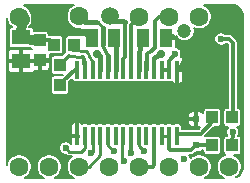
<source format=gbl>
G04 #@! TF.GenerationSoftware,KiCad,Pcbnew,5.1.6-c6e7f7d~87~ubuntu18.04.1*
G04 #@! TF.CreationDate,2020-09-14T18:26:16+02:00*
G04 #@! TF.ProjectId,cooldrv,636f6f6c-6472-4762-9e6b-696361645f70,rev?*
G04 #@! TF.SameCoordinates,Original*
G04 #@! TF.FileFunction,Copper,L4,Bot*
G04 #@! TF.FilePolarity,Positive*
%FSLAX46Y46*%
G04 Gerber Fmt 4.6, Leading zero omitted, Abs format (unit mm)*
G04 Created by KiCad (PCBNEW 5.1.6-c6e7f7d~87~ubuntu18.04.1) date 2020-09-14 18:26:16*
%MOMM*%
%LPD*%
G01*
G04 APERTURE LIST*
G04 #@! TA.AperFunction,SMDPad,CuDef*
%ADD10R,9.700000X3.400000*%
G04 #@! TD*
G04 #@! TA.AperFunction,SMDPad,CuDef*
%ADD11R,0.300000X1.600000*%
G04 #@! TD*
G04 #@! TA.AperFunction,ComponentPad*
%ADD12C,0.609600*%
G04 #@! TD*
G04 #@! TA.AperFunction,SMDPad,CuDef*
%ADD13R,1.100000X1.500000*%
G04 #@! TD*
G04 #@! TA.AperFunction,SMDPad,CuDef*
%ADD14R,1.600000X1.300000*%
G04 #@! TD*
G04 #@! TA.AperFunction,SMDPad,CuDef*
%ADD15R,1.050000X1.080000*%
G04 #@! TD*
G04 #@! TA.AperFunction,SMDPad,CuDef*
%ADD16R,1.000000X1.100000*%
G04 #@! TD*
G04 #@! TA.AperFunction,SMDPad,CuDef*
%ADD17R,0.600000X0.600000*%
G04 #@! TD*
G04 #@! TA.AperFunction,ViaPad*
%ADD18C,1.600000*%
G04 #@! TD*
G04 #@! TA.AperFunction,ViaPad*
%ADD19C,0.600000*%
G04 #@! TD*
G04 #@! TA.AperFunction,ViaPad*
%ADD20C,0.700000*%
G04 #@! TD*
G04 #@! TA.AperFunction,ViaPad*
%ADD21C,1.200000*%
G04 #@! TD*
G04 #@! TA.AperFunction,ViaPad*
%ADD22C,1.500000*%
G04 #@! TD*
G04 #@! TA.AperFunction,Conductor*
%ADD23C,0.254000*%
G04 #@! TD*
G04 #@! TA.AperFunction,Conductor*
%ADD24C,0.304800*%
G04 #@! TD*
G04 #@! TA.AperFunction,Conductor*
%ADD25C,0.406400*%
G04 #@! TD*
G04 #@! TA.AperFunction,Conductor*
%ADD26C,0.609600*%
G04 #@! TD*
G04 #@! TA.AperFunction,Conductor*
%ADD27C,0.812800*%
G04 #@! TD*
G04 #@! TA.AperFunction,Conductor*
%ADD28C,1.270000*%
G04 #@! TD*
G04 #@! TA.AperFunction,Conductor*
%ADD29C,0.390000*%
G04 #@! TD*
G04 #@! TA.AperFunction,Conductor*
%ADD30C,0.127000*%
G04 #@! TD*
G04 APERTURE END LIST*
D10*
G04 #@! TO.P,U$1,EPAD*
G04 #@! TO.N,/GND*
X148688600Y-105963600D03*
D11*
G04 #@! TO.P,U$1,P$28*
X144463600Y-108763600D03*
G04 #@! TO.P,U$1,P$27*
G04 #@! TO.N,Net-(U$1-PadP$27)*
X145113600Y-108763600D03*
G04 #@! TO.P,U$1,P$26*
G04 #@! TO.N,Net-(U$1-PadP$26)*
X145763600Y-108763600D03*
G04 #@! TO.P,U$1,P$25*
G04 #@! TO.N,Net-(U$1-PadP$25)*
X146413600Y-108763600D03*
G04 #@! TO.P,U$1,P$24*
G04 #@! TO.N,Net-(U$1-PadP$24)*
X147063600Y-108763600D03*
G04 #@! TO.P,U$1,P$23*
G04 #@! TO.N,Net-(U$1-PadP$23)*
X147713600Y-108763600D03*
G04 #@! TO.P,U$1,P$22*
G04 #@! TO.N,Net-(U$1-PadP$22)*
X148363600Y-108763600D03*
G04 #@! TO.P,U$1,P$21*
G04 #@! TO.N,Net-(U$1-PadP$21)*
X149013600Y-108763600D03*
G04 #@! TO.P,U$1,P$20*
G04 #@! TO.N,Net-(U$1-PadP$20)*
X149663600Y-108763600D03*
G04 #@! TO.P,U$1,P$19*
G04 #@! TO.N,Net-(U$1-PadP$19)*
X150313600Y-108763600D03*
G04 #@! TO.P,U$1,P$18*
G04 #@! TO.N,Net-(U$1-PadP$18)*
X150963600Y-108763600D03*
G04 #@! TO.P,U$1,P$17*
G04 #@! TO.N,Net-(D1-PadC)*
X151613600Y-108763600D03*
G04 #@! TO.P,U$1,P$16*
X152263600Y-108763600D03*
G04 #@! TO.P,U$1,P$15*
G04 #@! TO.N,Net-(R5-Pad1)*
X152913600Y-108763600D03*
G04 #@! TO.P,U$1,P$14*
G04 #@! TO.N,/GND*
X152913600Y-103163600D03*
G04 #@! TO.P,U$1,P$13*
G04 #@! TO.N,Net-(U$1-PadP$12)*
X152263600Y-103163600D03*
G04 #@! TO.P,U$1,P$12*
X151613600Y-103163600D03*
G04 #@! TO.P,U$1,P$11*
G04 #@! TO.N,Net-(C1-Pad2)*
X150963600Y-103163600D03*
G04 #@! TO.P,U$1,P$10*
G04 #@! TO.N,Net-(U$1-PadP$10)*
X150313600Y-103163600D03*
G04 #@! TO.P,U$1,P$9*
G04 #@! TO.N,Net-(R1-Pad1)*
X149663600Y-103163600D03*
G04 #@! TO.P,U$1,P$8*
G04 #@! TO.N,Net-(U$1-PadP$8)*
X149013600Y-103163600D03*
G04 #@! TO.P,U$1,P$7*
G04 #@! TO.N,Net-(U$1-PadP$7)*
X148363600Y-103163600D03*
G04 #@! TO.P,U$1,P$6*
G04 #@! TO.N,Net-(R2-Pad2)*
X147713600Y-103163600D03*
G04 #@! TO.P,U$1,P$5*
G04 #@! TO.N,Net-(U$1-PadP$5)*
X147063600Y-103163600D03*
G04 #@! TO.P,U$1,P$4*
G04 #@! TO.N,Net-(C1-Pad2)*
X146413600Y-103163600D03*
G04 #@! TO.P,U$1,P$3*
G04 #@! TO.N,Net-(C4-Pad1)*
X145763600Y-103163600D03*
G04 #@! TO.P,U$1,P$2*
G04 #@! TO.N,Net-(C6-Pad1)*
X145113600Y-103163600D03*
G04 #@! TO.P,U$1,P$1*
G04 #@! TO.N,Net-(C6-Pad2)*
X144463600Y-103163600D03*
D12*
G04 #@! TO.P,U$1,T20*
G04 #@! TO.N,/GND*
X152588600Y-107263600D03*
G04 #@! TO.P,U$1,T19*
X152588600Y-105963600D03*
G04 #@! TO.P,U$1,T18*
X152588600Y-104663600D03*
G04 #@! TO.P,U$1,T15*
X151288600Y-104663600D03*
G04 #@! TO.P,U$1,T16*
X151288600Y-105963600D03*
G04 #@! TO.P,U$1,T17*
X151288600Y-107263600D03*
G04 #@! TO.P,U$1,T14*
X149988600Y-107263600D03*
G04 #@! TO.P,U$1,T13*
X149988600Y-105963600D03*
G04 #@! TO.P,U$1,T12*
X149988600Y-104663600D03*
G04 #@! TO.P,U$1,T0*
X144788600Y-104663600D03*
G04 #@! TO.P,U$1,T2*
X144788600Y-107263600D03*
G04 #@! TO.P,U$1,T1*
X144788600Y-105963600D03*
G04 #@! TO.P,U$1,T3*
X146088600Y-104663600D03*
G04 #@! TO.P,U$1,T5*
X146088600Y-107263600D03*
G04 #@! TO.P,U$1,T4*
X146088600Y-105963600D03*
G04 #@! TO.P,U$1,T6*
X147388600Y-104663600D03*
G04 #@! TO.P,U$1,T8*
X147388600Y-107263600D03*
G04 #@! TO.P,U$1,T7*
X147388600Y-105963600D03*
G04 #@! TO.P,U$1,T9*
X148688600Y-104663600D03*
G04 #@! TO.P,U$1,T11*
X148688600Y-107263600D03*
G04 #@! TO.P,U$1,T10*
X148688600Y-105963600D03*
G04 #@! TD*
D13*
G04 #@! TO.P,R1,2*
G04 #@! TO.N,/GND*
X151934600Y-100483600D03*
G04 #@! TO.P,R1,1*
G04 #@! TO.N,Net-(R1-Pad1)*
X150034600Y-100483600D03*
G04 #@! TD*
G04 #@! TO.P,R2,2*
G04 #@! TO.N,Net-(R2-Pad2)*
X147578600Y-100448600D03*
G04 #@! TO.P,R2,1*
G04 #@! TO.N,/GND*
X145678600Y-100448600D03*
G04 #@! TD*
D14*
G04 #@! TO.P,C3,2*
G04 #@! TO.N,Net-(C1-Pad2)*
X139723600Y-100428600D03*
G04 #@! TO.P,C3,1*
G04 #@! TO.N,/GND*
X139723600Y-102428600D03*
G04 #@! TD*
D15*
G04 #@! TO.P,C4,2*
G04 #@! TO.N,Net-(C1-Pad2)*
X142473600Y-101033600D03*
G04 #@! TO.P,C4,1*
G04 #@! TO.N,Net-(C4-Pad1)*
X144223600Y-101033600D03*
G04 #@! TD*
D16*
G04 #@! TO.P,C6,2*
G04 #@! TO.N,Net-(C6-Pad2)*
X142983600Y-104453600D03*
G04 #@! TO.P,C6,1*
G04 #@! TO.N,Net-(C6-Pad1)*
X142983600Y-102753600D03*
G04 #@! TD*
G04 #@! TO.P,R5,2*
G04 #@! TO.N,Net-(R5-Pad2)*
X157593600Y-107178600D03*
G04 #@! TO.P,R5,1*
G04 #@! TO.N,Net-(R5-Pad1)*
X155893600Y-107178600D03*
G04 #@! TD*
D17*
G04 #@! TO.P,D1,A*
G04 #@! TO.N,/GND*
X154518600Y-107348600D03*
G04 #@! TO.P,D1,C*
G04 #@! TO.N,Net-(D1-PadC)*
X154518600Y-109548600D03*
G04 #@! TD*
D16*
G04 #@! TO.P,R3,2*
G04 #@! TO.N,Net-(C1-Pad2)*
X157598600Y-109548600D03*
G04 #@! TO.P,R3,1*
G04 #@! TO.N,Net-(D1-PadC)*
X155898600Y-109548600D03*
G04 #@! TD*
G04 #@! TO.P,C1,2*
G04 #@! TO.N,Net-(C1-Pad2)*
X141268600Y-100673600D03*
G04 #@! TO.P,C1,1*
G04 #@! TO.N,/GND*
X141268600Y-102373600D03*
G04 #@! TD*
D18*
G04 #@! TO.N,Net-(U$1-PadP$27)*
X152248600Y-111363600D03*
D19*
X143478600Y-109793600D03*
D18*
G04 #@! TO.N,Net-(U$1-PadP$10)*
X152248600Y-98663600D03*
G04 #@! TO.N,Net-(U$1-PadP$8)*
X149708600Y-98663600D03*
G04 #@! TO.N,Net-(U$1-PadP$21)*
X139548600Y-111363600D03*
G04 #@! TO.N,Net-(U$1-PadP$24)*
X142088600Y-111363600D03*
G04 #@! TO.N,NC*
X154788600Y-98663600D03*
G04 #@! TO.N,Net-(U$1-PadP$25)*
X144628600Y-111363600D03*
G04 #@! TO.N,/GND*
X142088600Y-98663600D03*
D19*
X139773600Y-106863600D03*
X139773600Y-106263600D03*
X140373600Y-106863600D03*
X140373600Y-106263600D03*
X140973600Y-106863600D03*
X140973600Y-106263600D03*
X141573600Y-106263600D03*
X141573600Y-106863600D03*
X142173600Y-106863600D03*
X142173600Y-106263600D03*
X142773600Y-106863600D03*
X142773600Y-106263600D03*
X143373600Y-106863600D03*
X143373600Y-106263600D03*
X153908600Y-103168600D03*
X154508600Y-103168600D03*
X153908600Y-103768600D03*
X154508600Y-103768600D03*
X154508600Y-104368600D03*
X153908600Y-104368600D03*
X156188600Y-102458600D03*
X155108600Y-104368600D03*
X155108600Y-103768600D03*
X155108600Y-103168600D03*
X143373600Y-105663600D03*
X142773600Y-105663600D03*
X142173600Y-105663600D03*
X141573600Y-105663600D03*
X140973600Y-105663600D03*
X140373600Y-105663600D03*
X139773600Y-105663600D03*
X139448600Y-107808600D03*
X140048600Y-107808600D03*
X139448600Y-108408600D03*
X140048600Y-108408600D03*
X139448600Y-109008600D03*
X140048600Y-109008600D03*
X141488600Y-107648600D03*
X140888600Y-107648600D03*
X140888600Y-108248600D03*
X141488600Y-108248600D03*
X153808600Y-105068600D03*
X154408600Y-105068600D03*
X153808600Y-105668600D03*
X156828600Y-104808600D03*
X155708600Y-103168600D03*
X156308600Y-103168600D03*
X155708600Y-103768600D03*
X156308600Y-103768600D03*
X156308600Y-104368600D03*
X155708600Y-104368600D03*
X139153600Y-106923600D03*
X140593600Y-108783600D03*
X139213600Y-105023600D03*
X156848600Y-104148600D03*
X155008600Y-105068600D03*
X142088600Y-108248600D03*
X142088600Y-107648600D03*
X140708600Y-104988600D03*
X140708600Y-104388600D03*
X141308600Y-104388600D03*
X141308600Y-104988600D03*
X142688600Y-107648600D03*
X142688600Y-108248600D03*
X155608600Y-105068600D03*
X155608600Y-105668600D03*
X139553600Y-104463600D03*
X153673600Y-107083600D03*
X139153600Y-106283600D03*
X139193600Y-105683600D03*
X143073600Y-108883600D03*
X140033600Y-105043600D03*
X140588600Y-109448600D03*
X156208600Y-105068600D03*
X143288600Y-108248600D03*
X143288600Y-107648600D03*
X141908600Y-104988600D03*
X141908600Y-104388600D03*
X155588600Y-102458600D03*
X153788600Y-106388600D03*
X156868600Y-103548600D03*
X141228600Y-109128600D03*
X141828600Y-109128600D03*
X142428600Y-109128600D03*
D18*
X157328600Y-98663600D03*
G04 #@! TO.N,Net-(U$1-PadP$22)*
X154788600Y-111363600D03*
G04 #@! TO.N,Net-(U$1-PadP$20)*
X157328600Y-111363600D03*
G04 #@! TO.N,Net-(U$1-PadP$26)*
X147168600Y-111363600D03*
G04 #@! TO.N,Net-(U$1-PadP$18)*
X149708600Y-111363600D03*
G04 #@! TO.N,Net-(C1-Pad2)*
X139548600Y-98663600D03*
D20*
X151563600Y-101808600D03*
X146148600Y-101833600D03*
D19*
X157618600Y-108433600D03*
G04 #@! TO.N,Net-(U$1-PadP$12)*
X152713600Y-101803600D03*
D21*
X153538596Y-99853600D03*
D19*
G04 #@! TO.N,Net-(R5-Pad2)*
X156618600Y-100553600D03*
G04 #@! TO.N,Net-(U$1-PadP$26)*
X145650000Y-110200000D03*
G04 #@! TO.N,Net-(U$1-PadP$24)*
X147548026Y-110063372D03*
G04 #@! TO.N,Net-(U$1-PadP$22)*
X148400000Y-110850000D03*
G04 #@! TO.N,Net-(U$1-PadP$21)*
X148988593Y-110208173D03*
G04 #@! TO.N,Net-(U$1-PadP$20)*
X153500000Y-110700000D03*
X150098772Y-110059394D03*
D22*
G04 #@! TO.N,Net-(U$1-PadP$7)*
X147202662Y-98629538D03*
D18*
G04 #@! TO.N,Net-(U$1-PadP$5)*
X144628600Y-98645190D03*
G04 #@! TD*
D23*
G04 #@! TO.N,Net-(U$1-PadP$27)*
X145113600Y-108763600D02*
X145113600Y-109758600D01*
X145113600Y-109758600D02*
X144778600Y-110093600D01*
X144778600Y-110093600D02*
X143778600Y-110093600D01*
X143778600Y-110093600D02*
X143478600Y-109793600D01*
D24*
G04 #@! TO.N,Net-(U$1-PadP$10)*
X152248600Y-98663600D02*
X151408600Y-98663600D01*
X151408600Y-98663600D02*
X151013600Y-99033600D01*
X151013600Y-99033600D02*
X151013600Y-101328600D01*
X151013600Y-101328600D02*
X150653600Y-101688600D01*
X150653600Y-101688600D02*
X150488600Y-101713600D01*
X150488600Y-101713600D02*
X150338600Y-101813600D01*
X150338600Y-101813600D02*
X150338600Y-103138600D01*
X150338600Y-103138600D02*
X150313600Y-103163600D01*
G04 #@! TO.N,Net-(U$1-PadP$8)*
X149013600Y-103163600D02*
X149013600Y-99358600D01*
X149013600Y-99358600D02*
X149708600Y-98663600D01*
D25*
G04 #@! TO.N,Net-(U$1-PadP$7)*
X148488600Y-99088600D02*
X148298600Y-99033600D01*
X148298600Y-99033600D02*
X147438600Y-99033600D01*
D24*
X148488600Y-99088600D02*
X148488600Y-102083600D01*
X148488600Y-102083600D02*
X148358600Y-102213600D01*
X148358600Y-102213600D02*
X148358600Y-103158600D01*
X148358600Y-103158600D02*
X148363600Y-103163600D01*
D25*
G04 #@! TO.N,Net-(U$1-PadP$5)*
X147063600Y-103163600D02*
X147058600Y-101973600D01*
D24*
X147058600Y-101973600D02*
X146598600Y-101163600D01*
X146598600Y-101163600D02*
X146628600Y-100983600D01*
D25*
X146078600Y-99158600D02*
X146078600Y-99153600D01*
X146078600Y-99153600D02*
X145123600Y-99158600D01*
D23*
G04 #@! TO.N,Net-(U$1-PadP$25)*
X146413600Y-108763600D02*
X146413600Y-110418600D01*
X144628600Y-111363600D02*
X145468600Y-111363600D01*
X145468600Y-111363600D02*
X146413600Y-110418600D01*
D24*
G04 #@! TO.N,/GND*
X143963600Y-104338600D02*
X152588600Y-104663600D01*
X144788600Y-107263600D02*
X152413600Y-107588600D01*
X144788600Y-105963600D02*
X144788600Y-104663600D01*
X144788600Y-107263600D02*
X144788600Y-105963600D01*
X146088600Y-107263600D02*
X144788600Y-107263600D01*
X147388600Y-107263600D02*
X146088600Y-107263600D01*
X148688600Y-107263600D02*
X147388600Y-107263600D01*
X148688600Y-105963600D02*
X148688600Y-107263600D01*
X148688600Y-104663600D02*
X148688600Y-105963600D01*
X148688600Y-105963600D02*
X147388600Y-105963600D01*
X149988600Y-105963600D02*
X148688600Y-105963600D01*
X147388600Y-104723600D02*
X147388600Y-104663600D01*
X147398600Y-104733600D02*
X147388600Y-104723600D01*
X147398600Y-105953600D02*
X147398600Y-104733600D01*
X147388600Y-105963600D02*
X147398600Y-105953600D01*
X149988600Y-104663600D02*
X148688600Y-104663600D01*
X149988600Y-104663600D02*
X149988600Y-105963600D01*
X149988600Y-105963600D02*
X149988600Y-105973600D01*
X149988600Y-105973600D02*
X149998600Y-105983600D01*
X149998600Y-105983600D02*
X149998600Y-107253600D01*
X149998600Y-107253600D02*
X149988600Y-107263600D01*
X152588600Y-104663600D02*
X151288600Y-104663600D01*
X151288600Y-104663600D02*
X149988600Y-104663600D01*
X151288600Y-105963600D02*
X152588600Y-105963600D01*
X149988600Y-105963600D02*
X151288600Y-105963600D01*
X151288600Y-107263600D02*
X152588600Y-107263600D01*
X149988600Y-107263600D02*
X151288600Y-107263600D01*
X146088600Y-104663600D02*
X146088600Y-105963600D01*
X144788600Y-104663600D02*
X146088600Y-104663600D01*
X154518600Y-107348600D02*
X152673600Y-107348600D01*
X152673600Y-107348600D02*
X152588600Y-107263600D01*
X151934600Y-100483600D02*
X152608600Y-100323600D01*
X152608600Y-100323600D02*
X153618600Y-101333600D01*
X153298600Y-102778600D02*
X152913600Y-103163600D01*
X153298600Y-102778600D02*
X153298600Y-102693600D01*
X153298600Y-102693600D02*
X153618600Y-102373600D01*
X153618600Y-102373600D02*
X153618600Y-101333600D01*
D26*
X143413799Y-99988799D02*
X142088600Y-98663600D01*
X145152441Y-99988799D02*
X143413799Y-99988799D01*
X145213642Y-100050000D02*
X145152441Y-99988799D01*
X145678600Y-100448600D02*
X145622600Y-100077600D01*
X145622600Y-100077600D02*
X145595000Y-100050000D01*
X145595000Y-100050000D02*
X145213642Y-100050000D01*
D25*
G04 #@! TO.N,Net-(C1-Pad2)*
X151563600Y-101808600D02*
X151063600Y-102093600D01*
X146148600Y-101833600D02*
X146398600Y-101983600D01*
X146398600Y-101983600D02*
X146398600Y-103148600D01*
D23*
X146398600Y-103148600D02*
X146413600Y-103163600D01*
D27*
X139553600Y-100548600D02*
X141268600Y-100673600D01*
X139723600Y-100428600D02*
X139553600Y-100548600D01*
X139753600Y-98868600D02*
X139723600Y-100428600D01*
D23*
X139228600Y-98983600D02*
X139548600Y-98663600D01*
D24*
X150963600Y-103163600D02*
X150963600Y-102193600D01*
X150963600Y-102193600D02*
X151063600Y-102093600D01*
X141268600Y-100673600D02*
X142113600Y-100673600D01*
X142113600Y-100673600D02*
X142473600Y-101033600D01*
X157598600Y-109548600D02*
X157598600Y-109453600D01*
X157598600Y-109453600D02*
X157618600Y-108433600D01*
D28*
X139753600Y-98868600D02*
X139548600Y-98663600D01*
D25*
G04 #@! TO.N,Net-(R2-Pad2)*
X147713600Y-103163600D02*
X147713600Y-100519600D01*
D23*
X147713600Y-100519600D02*
X147578600Y-100448600D01*
G04 #@! TO.N,Net-(R1-Pad1)*
X150034600Y-100483600D02*
X149763600Y-100569600D01*
D25*
X149663600Y-103163600D02*
X149663600Y-102118600D01*
X149663600Y-102118600D02*
X149673600Y-101908600D01*
X149673600Y-101908600D02*
X149873600Y-100484600D01*
X149873600Y-100484600D02*
X150034600Y-100483600D01*
D24*
G04 #@! TO.N,Net-(C6-Pad2)*
X144463600Y-103163600D02*
X144228600Y-103163600D01*
X144228600Y-103163600D02*
X143378600Y-104013600D01*
X143378600Y-104013600D02*
X143378600Y-104058600D01*
X143378600Y-104058600D02*
X142983600Y-104453600D01*
G04 #@! TO.N,Net-(C6-Pad1)*
X145113600Y-103163600D02*
X145033600Y-102288600D01*
X145033600Y-102288600D02*
X144878600Y-102093600D01*
X144878600Y-102093600D02*
X144958600Y-102093600D01*
D23*
X144958600Y-102093600D02*
X144838600Y-102048600D01*
X144838600Y-102048600D02*
X143763600Y-101973600D01*
D24*
X143763600Y-101973600D02*
X142983600Y-102753600D01*
D23*
G04 #@! TO.N,Net-(C4-Pad1)*
X145763600Y-103163600D02*
X145743600Y-102443600D01*
X145743600Y-102443600D02*
X145458600Y-102033600D01*
X145458600Y-102033600D02*
X145358600Y-101733600D01*
X145358600Y-101733600D02*
X145223600Y-101573600D01*
X145223600Y-101573600D02*
X144078600Y-101473600D01*
X144078600Y-101473600D02*
X143978600Y-101373600D01*
D24*
X143978600Y-101373600D02*
X143978600Y-101278600D01*
X143978600Y-101278600D02*
X144223600Y-101033600D01*
G04 #@! TO.N,Net-(U$1-PadP$12)*
X151613600Y-103163600D02*
X152263600Y-103163600D01*
X152263600Y-103163600D02*
X152263600Y-102388600D01*
X152263600Y-102388600D02*
X152713600Y-101803600D01*
G04 #@! TO.N,Net-(R5-Pad2)*
X156618600Y-100553600D02*
X157318600Y-100553600D01*
X157318600Y-100553600D02*
X157618600Y-100853600D01*
X157618600Y-100853600D02*
X157618600Y-107153600D01*
X157618600Y-107153600D02*
X157593600Y-107178600D01*
G04 #@! TO.N,Net-(R5-Pad1)*
X155893600Y-107578600D02*
X154898600Y-108573600D01*
X154898600Y-108573600D02*
X153103600Y-108573600D01*
X153103600Y-108573600D02*
X152913600Y-108763600D01*
X155893600Y-107178600D02*
X155893600Y-107578600D01*
D23*
G04 #@! TO.N,Net-(U$1-PadP$26)*
X145763600Y-110086400D02*
X145650000Y-110200000D01*
X145763600Y-108763600D02*
X145763600Y-110086400D01*
G04 #@! TO.N,Net-(U$1-PadP$24)*
X147063600Y-109578946D02*
X147548026Y-110063372D01*
X147063600Y-108763600D02*
X147063600Y-109578946D01*
G04 #@! TO.N,Net-(U$1-PadP$22)*
X148222998Y-110672998D02*
X148400000Y-110850000D01*
X148363600Y-108763600D02*
X148222998Y-108904202D01*
X148222998Y-108904202D02*
X148222998Y-110672998D01*
D24*
G04 #@! TO.N,Net-(U$1-PadP$21)*
X149013600Y-110183166D02*
X148988593Y-110208173D01*
X149013600Y-108763600D02*
X149013600Y-110183166D01*
D23*
G04 #@! TO.N,Net-(U$1-PadP$20)*
X149663600Y-108763600D02*
X149663600Y-109624222D01*
X149663600Y-109624222D02*
X150098772Y-110059394D01*
D24*
G04 #@! TO.N,Net-(U$1-PadP$18)*
X150963600Y-108763600D02*
X150963600Y-111239970D01*
X150963600Y-111239970D02*
X150839970Y-111363600D01*
X150839970Y-111363600D02*
X149708600Y-111363600D01*
D23*
G04 #@! TO.N,Net-(D1-PadC)*
X152263600Y-108763600D02*
X151613600Y-108763600D01*
D24*
X154518600Y-109548600D02*
X155898600Y-109548600D01*
X152263600Y-108763600D02*
X152263600Y-109868400D01*
X152263600Y-109868400D02*
X152333800Y-109938600D01*
X154128600Y-109938600D02*
X154518600Y-109548600D01*
X152333800Y-109938600D02*
X154128600Y-109938600D01*
D23*
G04 #@! TO.N,Net-(U$1-PadP$7)*
X147438600Y-99033600D02*
X147202662Y-98797662D01*
X147202662Y-98797662D02*
X147202662Y-98629538D01*
D24*
G04 #@! TO.N,Net-(U$1-PadP$5)*
X144628600Y-98663600D02*
X144628600Y-98645190D01*
X145123600Y-99158600D02*
X144628600Y-98663600D01*
X146050000Y-99158600D02*
X146078600Y-99158600D01*
X146628600Y-99878600D02*
X146650000Y-99900000D01*
X146628600Y-99768600D02*
X146628600Y-99878600D01*
D23*
X146200000Y-99150000D02*
X146100000Y-99150000D01*
X146588600Y-99538600D02*
X146200000Y-99150000D01*
D29*
X146628600Y-100983600D02*
X146628600Y-99650000D01*
G04 #@! TD*
D30*
G04 #@! TO.N,/GND*
G36*
X144124844Y-97702728D02*
G01*
X143950658Y-97819115D01*
X143802525Y-97967248D01*
X143686138Y-98141434D01*
X143605970Y-98334978D01*
X143565100Y-98540444D01*
X143565100Y-98749936D01*
X143605970Y-98955402D01*
X143686138Y-99148946D01*
X143802525Y-99323132D01*
X143950658Y-99471265D01*
X144124844Y-99587652D01*
X144318388Y-99667820D01*
X144523854Y-99708690D01*
X144733346Y-99708690D01*
X144759337Y-99703520D01*
X144760981Y-100230046D01*
X144748600Y-100228826D01*
X143698600Y-100228826D01*
X143646945Y-100233914D01*
X143597275Y-100248981D01*
X143551499Y-100273448D01*
X143511377Y-100306377D01*
X143478448Y-100346499D01*
X143453981Y-100392275D01*
X143438914Y-100441945D01*
X143433826Y-100493600D01*
X143433826Y-101573600D01*
X143438914Y-101625255D01*
X143453981Y-101674925D01*
X143460990Y-101688039D01*
X143210203Y-101938826D01*
X142483600Y-101938826D01*
X142431945Y-101943914D01*
X142382275Y-101958981D01*
X142336499Y-101983448D01*
X142296377Y-102016377D01*
X142263448Y-102056499D01*
X142238981Y-102102275D01*
X142223914Y-102151945D01*
X142218826Y-102203600D01*
X142218826Y-103303600D01*
X142223914Y-103355255D01*
X142238981Y-103404925D01*
X142263448Y-103450701D01*
X142296377Y-103490823D01*
X142336499Y-103523752D01*
X142382275Y-103548219D01*
X142431945Y-103563286D01*
X142483600Y-103568374D01*
X143235656Y-103568374D01*
X143165204Y-103638826D01*
X142483600Y-103638826D01*
X142431945Y-103643914D01*
X142382275Y-103658981D01*
X142336499Y-103683448D01*
X142296377Y-103716377D01*
X142263448Y-103756499D01*
X142238981Y-103802275D01*
X142223914Y-103851945D01*
X142218826Y-103903600D01*
X142218826Y-105003600D01*
X142223914Y-105055255D01*
X142238981Y-105104925D01*
X142263448Y-105150701D01*
X142296377Y-105190823D01*
X142336499Y-105223752D01*
X142382275Y-105248219D01*
X142431945Y-105263286D01*
X142483600Y-105268374D01*
X143483600Y-105268374D01*
X143535255Y-105263286D01*
X143584925Y-105248219D01*
X143630701Y-105223752D01*
X143670823Y-105190823D01*
X143703752Y-105150701D01*
X143728219Y-105104925D01*
X143743286Y-105055255D01*
X143748374Y-105003600D01*
X143748374Y-104249072D01*
X143764699Y-104218529D01*
X143765943Y-104214427D01*
X144048826Y-103931544D01*
X144048826Y-103963600D01*
X144053914Y-104015255D01*
X144068981Y-104064925D01*
X144093448Y-104110701D01*
X144126377Y-104150823D01*
X144166499Y-104183752D01*
X144212275Y-104208219D01*
X144261945Y-104223286D01*
X144313600Y-104228374D01*
X144613600Y-104228374D01*
X144665255Y-104223286D01*
X144714925Y-104208219D01*
X144760701Y-104183752D01*
X144788600Y-104160855D01*
X144816499Y-104183752D01*
X144862275Y-104208219D01*
X144911945Y-104223286D01*
X144963600Y-104228374D01*
X145263600Y-104228374D01*
X145315255Y-104223286D01*
X145364925Y-104208219D01*
X145410701Y-104183752D01*
X145438600Y-104160855D01*
X145466499Y-104183752D01*
X145512275Y-104208219D01*
X145561945Y-104223286D01*
X145613600Y-104228374D01*
X145913600Y-104228374D01*
X145965255Y-104223286D01*
X146014925Y-104208219D01*
X146060701Y-104183752D01*
X146088600Y-104160855D01*
X146116499Y-104183752D01*
X146162275Y-104208219D01*
X146211945Y-104223286D01*
X146263600Y-104228374D01*
X146563600Y-104228374D01*
X146615255Y-104223286D01*
X146664925Y-104208219D01*
X146710701Y-104183752D01*
X146738600Y-104160855D01*
X146766499Y-104183752D01*
X146812275Y-104208219D01*
X146861945Y-104223286D01*
X146913600Y-104228374D01*
X147213600Y-104228374D01*
X147265255Y-104223286D01*
X147314925Y-104208219D01*
X147360701Y-104183752D01*
X147388600Y-104160855D01*
X147416499Y-104183752D01*
X147462275Y-104208219D01*
X147511945Y-104223286D01*
X147563600Y-104228374D01*
X147863600Y-104228374D01*
X147915255Y-104223286D01*
X147964925Y-104208219D01*
X148010701Y-104183752D01*
X148038600Y-104160855D01*
X148066499Y-104183752D01*
X148112275Y-104208219D01*
X148161945Y-104223286D01*
X148213600Y-104228374D01*
X148513600Y-104228374D01*
X148565255Y-104223286D01*
X148614925Y-104208219D01*
X148660701Y-104183752D01*
X148688600Y-104160855D01*
X148716499Y-104183752D01*
X148762275Y-104208219D01*
X148811945Y-104223286D01*
X148863600Y-104228374D01*
X149163600Y-104228374D01*
X149215255Y-104223286D01*
X149264925Y-104208219D01*
X149310701Y-104183752D01*
X149338600Y-104160855D01*
X149366499Y-104183752D01*
X149412275Y-104208219D01*
X149461945Y-104223286D01*
X149513600Y-104228374D01*
X149813600Y-104228374D01*
X149865255Y-104223286D01*
X149914925Y-104208219D01*
X149960701Y-104183752D01*
X149988600Y-104160855D01*
X150016499Y-104183752D01*
X150062275Y-104208219D01*
X150111945Y-104223286D01*
X150163600Y-104228374D01*
X150463600Y-104228374D01*
X150515255Y-104223286D01*
X150564925Y-104208219D01*
X150610701Y-104183752D01*
X150638600Y-104160855D01*
X150666499Y-104183752D01*
X150712275Y-104208219D01*
X150761945Y-104223286D01*
X150813600Y-104228374D01*
X151113600Y-104228374D01*
X151165255Y-104223286D01*
X151214925Y-104208219D01*
X151260701Y-104183752D01*
X151288600Y-104160855D01*
X151316499Y-104183752D01*
X151362275Y-104208219D01*
X151411945Y-104223286D01*
X151463600Y-104228374D01*
X151763600Y-104228374D01*
X151815255Y-104223286D01*
X151864925Y-104208219D01*
X151910701Y-104183752D01*
X151938600Y-104160855D01*
X151966499Y-104183752D01*
X152012275Y-104208219D01*
X152061945Y-104223286D01*
X152113600Y-104228374D01*
X152413600Y-104228374D01*
X152465255Y-104223286D01*
X152493739Y-104214646D01*
X152498743Y-104220926D01*
X152554034Y-104267653D01*
X152617378Y-104302695D01*
X152686342Y-104324706D01*
X152735225Y-104331100D01*
X152827100Y-104239225D01*
X152827100Y-103252100D01*
X153000100Y-103252100D01*
X153000100Y-104239225D01*
X153091975Y-104331100D01*
X153140858Y-104324706D01*
X153209822Y-104302695D01*
X153273166Y-104267653D01*
X153328457Y-104220926D01*
X153373570Y-104164311D01*
X153406771Y-104099982D01*
X153426784Y-104030412D01*
X153432840Y-103958275D01*
X153431100Y-103343975D01*
X153339225Y-103252100D01*
X153000100Y-103252100D01*
X152827100Y-103252100D01*
X152805100Y-103252100D01*
X152805100Y-103075100D01*
X152827100Y-103075100D01*
X152827100Y-103055100D01*
X153000100Y-103055100D01*
X153000100Y-103075100D01*
X153339225Y-103075100D01*
X153431100Y-102983225D01*
X153432840Y-102368925D01*
X153426784Y-102296788D01*
X153406771Y-102227218D01*
X153373570Y-102162889D01*
X153328457Y-102106274D01*
X153273166Y-102059547D01*
X153227887Y-102034499D01*
X153255445Y-101967967D01*
X153277100Y-101859100D01*
X153277100Y-101748100D01*
X153255445Y-101639233D01*
X153212968Y-101536682D01*
X153151299Y-101444389D01*
X153072811Y-101365901D01*
X152980518Y-101304232D01*
X152877967Y-101261755D01*
X152851621Y-101256514D01*
X152853878Y-101233600D01*
X152852100Y-100663975D01*
X152760225Y-100572100D01*
X152023100Y-100572100D01*
X152023100Y-100592100D01*
X151846100Y-100592100D01*
X151846100Y-100572100D01*
X151826100Y-100572100D01*
X151826100Y-100395100D01*
X151846100Y-100395100D01*
X151846100Y-100375100D01*
X152023100Y-100375100D01*
X152023100Y-100395100D01*
X152760225Y-100395100D01*
X152821170Y-100334155D01*
X152867872Y-100404049D01*
X152988147Y-100524324D01*
X153129575Y-100618824D01*
X153286722Y-100683916D01*
X153453549Y-100717100D01*
X153623643Y-100717100D01*
X153790470Y-100683916D01*
X153947617Y-100618824D01*
X154089045Y-100524324D01*
X154209320Y-100404049D01*
X154303820Y-100262621D01*
X154368912Y-100105474D01*
X154402096Y-99938647D01*
X154402096Y-99768553D01*
X154377400Y-99644400D01*
X154478388Y-99686230D01*
X154683854Y-99727100D01*
X154893346Y-99727100D01*
X155098812Y-99686230D01*
X155292356Y-99606062D01*
X155466542Y-99489675D01*
X155614675Y-99341542D01*
X155731062Y-99167356D01*
X155811230Y-98973812D01*
X155852100Y-98768346D01*
X155852100Y-98558854D01*
X155811230Y-98353388D01*
X155731062Y-98159844D01*
X155614675Y-97985658D01*
X155466542Y-97837525D01*
X155292356Y-97721138D01*
X155222254Y-97692101D01*
X157599268Y-97692101D01*
X157780562Y-97709877D01*
X157950782Y-97761269D01*
X158107783Y-97844748D01*
X158245573Y-97957126D01*
X158358915Y-98094133D01*
X158443487Y-98250545D01*
X158496066Y-98420403D01*
X158515091Y-98601412D01*
X158515100Y-98603904D01*
X158515099Y-111399268D01*
X158497323Y-111580561D01*
X158445930Y-111750783D01*
X158362451Y-111907785D01*
X158250074Y-112045573D01*
X158113067Y-112158915D01*
X157956655Y-112243487D01*
X157899553Y-112261162D01*
X158006542Y-112189675D01*
X158154675Y-112041542D01*
X158271062Y-111867356D01*
X158351230Y-111673812D01*
X158392100Y-111468346D01*
X158392100Y-111258854D01*
X158351230Y-111053388D01*
X158271062Y-110859844D01*
X158154675Y-110685658D01*
X158006542Y-110537525D01*
X157832356Y-110421138D01*
X157692900Y-110363374D01*
X158098600Y-110363374D01*
X158150255Y-110358286D01*
X158199925Y-110343219D01*
X158245701Y-110318752D01*
X158285823Y-110285823D01*
X158318752Y-110245701D01*
X158343219Y-110199925D01*
X158358286Y-110150255D01*
X158363374Y-110098600D01*
X158363374Y-108998600D01*
X158358286Y-108946945D01*
X158343219Y-108897275D01*
X158318752Y-108851499D01*
X158285823Y-108811377D01*
X158245701Y-108778448D01*
X158199925Y-108753981D01*
X158150255Y-108738914D01*
X158098600Y-108733826D01*
X158095712Y-108733826D01*
X158117968Y-108700518D01*
X158160445Y-108597967D01*
X158182100Y-108489100D01*
X158182100Y-108378100D01*
X158160445Y-108269233D01*
X158117968Y-108166682D01*
X158056299Y-108074389D01*
X157977811Y-107995901D01*
X157974029Y-107993374D01*
X158093600Y-107993374D01*
X158145255Y-107988286D01*
X158194925Y-107973219D01*
X158240701Y-107948752D01*
X158280823Y-107915823D01*
X158313752Y-107875701D01*
X158338219Y-107829925D01*
X158353286Y-107780255D01*
X158358374Y-107728600D01*
X158358374Y-106628600D01*
X158353286Y-106576945D01*
X158338219Y-106527275D01*
X158313752Y-106481499D01*
X158280823Y-106441377D01*
X158240701Y-106408448D01*
X158194925Y-106383981D01*
X158145255Y-106368914D01*
X158093600Y-106363826D01*
X158034500Y-106363826D01*
X158034500Y-100874017D01*
X158036511Y-100853599D01*
X158034500Y-100833181D01*
X158034500Y-100833172D01*
X158028482Y-100772069D01*
X158004700Y-100693672D01*
X157992147Y-100670187D01*
X157966081Y-100621420D01*
X157927130Y-100573959D01*
X157927129Y-100573958D01*
X157914108Y-100558092D01*
X157898243Y-100545072D01*
X157627133Y-100273963D01*
X157614108Y-100258092D01*
X157550779Y-100206119D01*
X157478528Y-100167500D01*
X157400131Y-100143718D01*
X157339028Y-100137700D01*
X157339018Y-100137700D01*
X157318600Y-100135689D01*
X157298182Y-100137700D01*
X156999610Y-100137700D01*
X156977811Y-100115901D01*
X156885518Y-100054232D01*
X156782967Y-100011755D01*
X156674100Y-99990100D01*
X156563100Y-99990100D01*
X156454233Y-100011755D01*
X156351682Y-100054232D01*
X156259389Y-100115901D01*
X156180901Y-100194389D01*
X156119232Y-100286682D01*
X156076755Y-100389233D01*
X156055100Y-100498100D01*
X156055100Y-100609100D01*
X156076755Y-100717967D01*
X156119232Y-100820518D01*
X156180901Y-100912811D01*
X156259389Y-100991299D01*
X156351682Y-101052968D01*
X156454233Y-101095445D01*
X156563100Y-101117100D01*
X156674100Y-101117100D01*
X156782967Y-101095445D01*
X156885518Y-101052968D01*
X156977811Y-100991299D01*
X156999610Y-100969500D01*
X157146330Y-100969500D01*
X157202700Y-101025871D01*
X157202701Y-106363826D01*
X157093600Y-106363826D01*
X157041945Y-106368914D01*
X156992275Y-106383981D01*
X156946499Y-106408448D01*
X156906377Y-106441377D01*
X156873448Y-106481499D01*
X156848981Y-106527275D01*
X156833914Y-106576945D01*
X156828826Y-106628600D01*
X156828826Y-107728600D01*
X156833914Y-107780255D01*
X156848981Y-107829925D01*
X156873448Y-107875701D01*
X156906377Y-107915823D01*
X156946499Y-107948752D01*
X156992275Y-107973219D01*
X157041945Y-107988286D01*
X157093600Y-107993374D01*
X157263171Y-107993374D01*
X157259389Y-107995901D01*
X157180901Y-108074389D01*
X157119232Y-108166682D01*
X157076755Y-108269233D01*
X157055100Y-108378100D01*
X157055100Y-108489100D01*
X157076755Y-108597967D01*
X157119232Y-108700518D01*
X157141488Y-108733826D01*
X157098600Y-108733826D01*
X157046945Y-108738914D01*
X156997275Y-108753981D01*
X156951499Y-108778448D01*
X156911377Y-108811377D01*
X156878448Y-108851499D01*
X156853981Y-108897275D01*
X156838914Y-108946945D01*
X156833826Y-108998600D01*
X156833826Y-110098600D01*
X156838914Y-110150255D01*
X156853981Y-110199925D01*
X156878448Y-110245701D01*
X156911377Y-110285823D01*
X156951499Y-110318752D01*
X156997275Y-110343219D01*
X157006328Y-110345965D01*
X156824844Y-110421138D01*
X156650658Y-110537525D01*
X156502525Y-110685658D01*
X156386138Y-110859844D01*
X156305970Y-111053388D01*
X156265100Y-111258854D01*
X156265100Y-111468346D01*
X156305970Y-111673812D01*
X156386138Y-111867356D01*
X156502525Y-112041542D01*
X156650658Y-112189675D01*
X156824844Y-112306062D01*
X156846661Y-112315099D01*
X155270539Y-112315099D01*
X155292356Y-112306062D01*
X155466542Y-112189675D01*
X155614675Y-112041542D01*
X155731062Y-111867356D01*
X155811230Y-111673812D01*
X155852100Y-111468346D01*
X155852100Y-111258854D01*
X155811230Y-111053388D01*
X155731062Y-110859844D01*
X155614675Y-110685658D01*
X155466542Y-110537525D01*
X155292356Y-110421138D01*
X155098812Y-110340970D01*
X154893346Y-110300100D01*
X154683854Y-110300100D01*
X154478388Y-110340970D01*
X154284844Y-110421138D01*
X154110658Y-110537525D01*
X154053576Y-110594607D01*
X154041845Y-110535633D01*
X153999368Y-110433082D01*
X153946861Y-110354500D01*
X154108182Y-110354500D01*
X154128600Y-110356511D01*
X154149018Y-110354500D01*
X154149028Y-110354500D01*
X154210131Y-110348482D01*
X154288528Y-110324700D01*
X154360779Y-110286081D01*
X154424108Y-110234108D01*
X154437133Y-110218237D01*
X154541997Y-110113374D01*
X154818600Y-110113374D01*
X154870255Y-110108286D01*
X154919925Y-110093219D01*
X154965701Y-110068752D01*
X155005823Y-110035823D01*
X155038752Y-109995701D01*
X155055429Y-109964500D01*
X155133826Y-109964500D01*
X155133826Y-110098600D01*
X155138914Y-110150255D01*
X155153981Y-110199925D01*
X155178448Y-110245701D01*
X155211377Y-110285823D01*
X155251499Y-110318752D01*
X155297275Y-110343219D01*
X155346945Y-110358286D01*
X155398600Y-110363374D01*
X156398600Y-110363374D01*
X156450255Y-110358286D01*
X156499925Y-110343219D01*
X156545701Y-110318752D01*
X156585823Y-110285823D01*
X156618752Y-110245701D01*
X156643219Y-110199925D01*
X156658286Y-110150255D01*
X156663374Y-110098600D01*
X156663374Y-108998600D01*
X156658286Y-108946945D01*
X156643219Y-108897275D01*
X156618752Y-108851499D01*
X156585823Y-108811377D01*
X156545701Y-108778448D01*
X156499925Y-108753981D01*
X156450255Y-108738914D01*
X156398600Y-108733826D01*
X155398600Y-108733826D01*
X155346945Y-108738914D01*
X155310358Y-108750012D01*
X156066998Y-107993374D01*
X156393600Y-107993374D01*
X156445255Y-107988286D01*
X156494925Y-107973219D01*
X156540701Y-107948752D01*
X156580823Y-107915823D01*
X156613752Y-107875701D01*
X156638219Y-107829925D01*
X156653286Y-107780255D01*
X156658374Y-107728600D01*
X156658374Y-106628600D01*
X156653286Y-106576945D01*
X156638219Y-106527275D01*
X156613752Y-106481499D01*
X156580823Y-106441377D01*
X156540701Y-106408448D01*
X156494925Y-106383981D01*
X156445255Y-106368914D01*
X156393600Y-106363826D01*
X155393600Y-106363826D01*
X155341945Y-106368914D01*
X155292275Y-106383981D01*
X155246499Y-106408448D01*
X155206377Y-106441377D01*
X155173448Y-106481499D01*
X155148981Y-106527275D01*
X155133914Y-106576945D01*
X155128826Y-106628600D01*
X155128826Y-106849395D01*
X155125643Y-106843440D01*
X155079719Y-106787481D01*
X155023760Y-106741557D01*
X154959917Y-106707432D01*
X154890643Y-106686418D01*
X154818600Y-106679322D01*
X154698975Y-106681100D01*
X154607100Y-106772975D01*
X154607100Y-107260100D01*
X154627100Y-107260100D01*
X154627100Y-107437100D01*
X154607100Y-107437100D01*
X154607100Y-107924225D01*
X154698975Y-108016100D01*
X154818600Y-108017878D01*
X154871347Y-108012683D01*
X154726330Y-108157700D01*
X153328374Y-108157700D01*
X153328374Y-107963600D01*
X153323286Y-107911945D01*
X153308219Y-107862275D01*
X153283752Y-107816499D01*
X153250823Y-107776377D01*
X153210701Y-107743448D01*
X153164925Y-107718981D01*
X153115255Y-107703914D01*
X153063600Y-107698826D01*
X152763600Y-107698826D01*
X152711945Y-107703914D01*
X152662275Y-107718981D01*
X152616499Y-107743448D01*
X152588600Y-107766345D01*
X152560701Y-107743448D01*
X152514925Y-107718981D01*
X152465255Y-107703914D01*
X152413600Y-107698826D01*
X152113600Y-107698826D01*
X152061945Y-107703914D01*
X152012275Y-107718981D01*
X151966499Y-107743448D01*
X151938600Y-107766345D01*
X151910701Y-107743448D01*
X151864925Y-107718981D01*
X151815255Y-107703914D01*
X151763600Y-107698826D01*
X151463600Y-107698826D01*
X151411945Y-107703914D01*
X151362275Y-107718981D01*
X151316499Y-107743448D01*
X151288600Y-107766345D01*
X151260701Y-107743448D01*
X151214925Y-107718981D01*
X151165255Y-107703914D01*
X151113600Y-107698826D01*
X150813600Y-107698826D01*
X150761945Y-107703914D01*
X150712275Y-107718981D01*
X150666499Y-107743448D01*
X150638600Y-107766345D01*
X150610701Y-107743448D01*
X150564925Y-107718981D01*
X150515255Y-107703914D01*
X150463600Y-107698826D01*
X150163600Y-107698826D01*
X150111945Y-107703914D01*
X150062275Y-107718981D01*
X150016499Y-107743448D01*
X149988600Y-107766345D01*
X149960701Y-107743448D01*
X149914925Y-107718981D01*
X149865255Y-107703914D01*
X149813600Y-107698826D01*
X149513600Y-107698826D01*
X149461945Y-107703914D01*
X149412275Y-107718981D01*
X149366499Y-107743448D01*
X149338600Y-107766345D01*
X149310701Y-107743448D01*
X149264925Y-107718981D01*
X149215255Y-107703914D01*
X149163600Y-107698826D01*
X148863600Y-107698826D01*
X148811945Y-107703914D01*
X148762275Y-107718981D01*
X148716499Y-107743448D01*
X148688600Y-107766345D01*
X148660701Y-107743448D01*
X148614925Y-107718981D01*
X148565255Y-107703914D01*
X148513600Y-107698826D01*
X148213600Y-107698826D01*
X148161945Y-107703914D01*
X148112275Y-107718981D01*
X148066499Y-107743448D01*
X148038600Y-107766345D01*
X148010701Y-107743448D01*
X147964925Y-107718981D01*
X147915255Y-107703914D01*
X147863600Y-107698826D01*
X147563600Y-107698826D01*
X147511945Y-107703914D01*
X147462275Y-107718981D01*
X147416499Y-107743448D01*
X147388600Y-107766345D01*
X147360701Y-107743448D01*
X147314925Y-107718981D01*
X147265255Y-107703914D01*
X147213600Y-107698826D01*
X146913600Y-107698826D01*
X146861945Y-107703914D01*
X146812275Y-107718981D01*
X146766499Y-107743448D01*
X146738600Y-107766345D01*
X146710701Y-107743448D01*
X146664925Y-107718981D01*
X146615255Y-107703914D01*
X146563600Y-107698826D01*
X146263600Y-107698826D01*
X146211945Y-107703914D01*
X146162275Y-107718981D01*
X146116499Y-107743448D01*
X146088600Y-107766345D01*
X146060701Y-107743448D01*
X146014925Y-107718981D01*
X145965255Y-107703914D01*
X145913600Y-107698826D01*
X145613600Y-107698826D01*
X145561945Y-107703914D01*
X145512275Y-107718981D01*
X145466499Y-107743448D01*
X145438600Y-107766345D01*
X145410701Y-107743448D01*
X145364925Y-107718981D01*
X145315255Y-107703914D01*
X145263600Y-107698826D01*
X144963600Y-107698826D01*
X144911945Y-107703914D01*
X144883461Y-107712554D01*
X144878457Y-107706274D01*
X144823166Y-107659547D01*
X144803378Y-107648600D01*
X153849322Y-107648600D01*
X153856418Y-107720643D01*
X153877432Y-107789917D01*
X153911557Y-107853760D01*
X153957481Y-107909719D01*
X154013440Y-107955643D01*
X154077283Y-107989768D01*
X154146557Y-108010782D01*
X154218600Y-108017878D01*
X154338225Y-108016100D01*
X154430100Y-107924225D01*
X154430100Y-107437100D01*
X153942975Y-107437100D01*
X153851100Y-107528975D01*
X153849322Y-107648600D01*
X144803378Y-107648600D01*
X144759822Y-107624505D01*
X144690858Y-107602494D01*
X144641975Y-107596100D01*
X144550100Y-107687975D01*
X144550100Y-108675100D01*
X144572100Y-108675100D01*
X144572100Y-108852100D01*
X144550100Y-108852100D01*
X144550100Y-108872100D01*
X144377100Y-108872100D01*
X144377100Y-108852100D01*
X144037975Y-108852100D01*
X143946100Y-108943975D01*
X143944591Y-109476730D01*
X143916299Y-109434389D01*
X143837811Y-109355901D01*
X143745518Y-109294232D01*
X143642967Y-109251755D01*
X143534100Y-109230100D01*
X143423100Y-109230100D01*
X143314233Y-109251755D01*
X143211682Y-109294232D01*
X143119389Y-109355901D01*
X143040901Y-109434389D01*
X142979232Y-109526682D01*
X142936755Y-109629233D01*
X142915100Y-109738100D01*
X142915100Y-109849100D01*
X142936755Y-109957967D01*
X142979232Y-110060518D01*
X143040901Y-110152811D01*
X143119389Y-110231299D01*
X143211682Y-110292968D01*
X143314233Y-110335445D01*
X143423100Y-110357100D01*
X143489681Y-110357100D01*
X143501139Y-110371061D01*
X143560600Y-110419860D01*
X143620325Y-110451783D01*
X143628439Y-110456120D01*
X143702048Y-110478449D01*
X143778599Y-110485989D01*
X143797778Y-110484100D01*
X144030614Y-110484100D01*
X143950658Y-110537525D01*
X143802525Y-110685658D01*
X143686138Y-110859844D01*
X143605970Y-111053388D01*
X143565100Y-111258854D01*
X143565100Y-111468346D01*
X143605970Y-111673812D01*
X143686138Y-111867356D01*
X143802525Y-112041542D01*
X143950658Y-112189675D01*
X144124844Y-112306062D01*
X144146661Y-112315099D01*
X142570539Y-112315099D01*
X142592356Y-112306062D01*
X142766542Y-112189675D01*
X142914675Y-112041542D01*
X143031062Y-111867356D01*
X143111230Y-111673812D01*
X143152100Y-111468346D01*
X143152100Y-111258854D01*
X143111230Y-111053388D01*
X143031062Y-110859844D01*
X142914675Y-110685658D01*
X142766542Y-110537525D01*
X142592356Y-110421138D01*
X142398812Y-110340970D01*
X142193346Y-110300100D01*
X141983854Y-110300100D01*
X141778388Y-110340970D01*
X141584844Y-110421138D01*
X141410658Y-110537525D01*
X141262525Y-110685658D01*
X141146138Y-110859844D01*
X141065970Y-111053388D01*
X141025100Y-111258854D01*
X141025100Y-111468346D01*
X141065970Y-111673812D01*
X141146138Y-111867356D01*
X141262525Y-112041542D01*
X141410658Y-112189675D01*
X141584844Y-112306062D01*
X141606661Y-112315099D01*
X140030539Y-112315099D01*
X140052356Y-112306062D01*
X140226542Y-112189675D01*
X140374675Y-112041542D01*
X140491062Y-111867356D01*
X140571230Y-111673812D01*
X140612100Y-111468346D01*
X140612100Y-111258854D01*
X140571230Y-111053388D01*
X140491062Y-110859844D01*
X140374675Y-110685658D01*
X140226542Y-110537525D01*
X140052356Y-110421138D01*
X139858812Y-110340970D01*
X139653346Y-110300100D01*
X139443854Y-110300100D01*
X139238388Y-110340970D01*
X139044844Y-110421138D01*
X138870658Y-110537525D01*
X138722525Y-110685658D01*
X138606138Y-110859844D01*
X138525970Y-111053388D01*
X138487101Y-111248794D01*
X138487101Y-107968925D01*
X143944360Y-107968925D01*
X143946100Y-108583225D01*
X144037975Y-108675100D01*
X144377100Y-108675100D01*
X144377100Y-107687975D01*
X144285225Y-107596100D01*
X144236342Y-107602494D01*
X144167378Y-107624505D01*
X144104034Y-107659547D01*
X144048743Y-107706274D01*
X144003630Y-107762889D01*
X143970429Y-107827218D01*
X143950416Y-107896788D01*
X143944360Y-107968925D01*
X138487101Y-107968925D01*
X138487101Y-107048600D01*
X153849322Y-107048600D01*
X153851100Y-107168225D01*
X153942975Y-107260100D01*
X154430100Y-107260100D01*
X154430100Y-106772975D01*
X154338225Y-106681100D01*
X154218600Y-106679322D01*
X154146557Y-106686418D01*
X154077283Y-106707432D01*
X154013440Y-106741557D01*
X153957481Y-106787481D01*
X153911557Y-106843440D01*
X153877432Y-106907283D01*
X153856418Y-106976557D01*
X153849322Y-107048600D01*
X138487101Y-107048600D01*
X138487101Y-103078600D01*
X138554322Y-103078600D01*
X138561418Y-103150643D01*
X138582432Y-103219917D01*
X138616557Y-103283760D01*
X138662481Y-103339719D01*
X138718440Y-103385643D01*
X138782283Y-103419768D01*
X138851557Y-103440782D01*
X138923600Y-103447878D01*
X139543225Y-103446100D01*
X139635100Y-103354225D01*
X139635100Y-102517100D01*
X139812100Y-102517100D01*
X139812100Y-103354225D01*
X139903975Y-103446100D01*
X140523600Y-103447878D01*
X140595643Y-103440782D01*
X140664917Y-103419768D01*
X140728760Y-103385643D01*
X140784719Y-103339719D01*
X140823410Y-103292573D01*
X141088225Y-103291100D01*
X141180100Y-103199225D01*
X141180100Y-102462100D01*
X141357100Y-102462100D01*
X141357100Y-103199225D01*
X141448975Y-103291100D01*
X141768600Y-103292878D01*
X141840643Y-103285782D01*
X141909917Y-103264768D01*
X141973760Y-103230643D01*
X142029719Y-103184719D01*
X142075643Y-103128760D01*
X142109768Y-103064917D01*
X142130782Y-102995643D01*
X142137878Y-102923600D01*
X142136100Y-102553975D01*
X142044225Y-102462100D01*
X141357100Y-102462100D01*
X141180100Y-102462100D01*
X140492975Y-102462100D01*
X140437975Y-102517100D01*
X139812100Y-102517100D01*
X139635100Y-102517100D01*
X138647975Y-102517100D01*
X138556100Y-102608975D01*
X138554322Y-103078600D01*
X138487101Y-103078600D01*
X138487101Y-101778600D01*
X138554322Y-101778600D01*
X138556100Y-102248225D01*
X138647975Y-102340100D01*
X139635100Y-102340100D01*
X139635100Y-101502975D01*
X139543225Y-101411100D01*
X138923600Y-101409322D01*
X138851557Y-101416418D01*
X138782283Y-101437432D01*
X138718440Y-101471557D01*
X138662481Y-101517481D01*
X138616557Y-101573440D01*
X138582432Y-101637283D01*
X138561418Y-101706557D01*
X138554322Y-101778600D01*
X138487101Y-101778600D01*
X138487101Y-98778406D01*
X138525970Y-98973812D01*
X138606138Y-99167356D01*
X138722525Y-99341542D01*
X138870658Y-99489675D01*
X138908961Y-99515268D01*
X138871945Y-99518914D01*
X138822275Y-99533981D01*
X138776499Y-99558448D01*
X138736377Y-99591377D01*
X138703448Y-99631499D01*
X138678981Y-99677275D01*
X138663914Y-99726945D01*
X138658826Y-99778600D01*
X138658826Y-101078600D01*
X138663914Y-101130255D01*
X138678981Y-101179925D01*
X138703448Y-101225701D01*
X138736377Y-101265823D01*
X138776499Y-101298752D01*
X138822275Y-101323219D01*
X138871945Y-101338286D01*
X138923600Y-101343374D01*
X140523600Y-101343374D01*
X140533330Y-101342416D01*
X140548448Y-101370701D01*
X140581377Y-101410823D01*
X140587178Y-101415584D01*
X140523600Y-101409322D01*
X139903975Y-101411100D01*
X139812100Y-101502975D01*
X139812100Y-102340100D01*
X140799225Y-102340100D01*
X140854225Y-102285100D01*
X141180100Y-102285100D01*
X141180100Y-102265100D01*
X141357100Y-102265100D01*
X141357100Y-102285100D01*
X142044225Y-102285100D01*
X142136100Y-102193225D01*
X142137807Y-101838374D01*
X142998600Y-101838374D01*
X143050255Y-101833286D01*
X143099925Y-101818219D01*
X143145701Y-101793752D01*
X143185823Y-101760823D01*
X143218752Y-101720701D01*
X143243219Y-101674925D01*
X143258286Y-101625255D01*
X143263374Y-101573600D01*
X143263374Y-100493600D01*
X143258286Y-100441945D01*
X143243219Y-100392275D01*
X143218752Y-100346499D01*
X143185823Y-100306377D01*
X143145701Y-100273448D01*
X143099925Y-100248981D01*
X143050255Y-100233914D01*
X142998600Y-100228826D01*
X142033374Y-100228826D01*
X142033374Y-100123600D01*
X142028286Y-100071945D01*
X142013219Y-100022275D01*
X141988752Y-99976499D01*
X141955823Y-99936377D01*
X141915701Y-99903448D01*
X141869925Y-99878981D01*
X141820255Y-99863914D01*
X141768600Y-99858826D01*
X140788374Y-99858826D01*
X140788374Y-99778600D01*
X140783286Y-99726945D01*
X140768219Y-99677275D01*
X140743752Y-99631499D01*
X140710823Y-99591377D01*
X140670701Y-99558448D01*
X140624925Y-99533981D01*
X140575255Y-99518914D01*
X140523600Y-99513826D01*
X140411215Y-99513826D01*
X140411810Y-99482881D01*
X140504290Y-99370194D01*
X140587722Y-99214104D01*
X140639099Y-99044736D01*
X140656446Y-98868600D01*
X140639099Y-98692463D01*
X140612100Y-98603459D01*
X140612100Y-98558854D01*
X140571230Y-98353388D01*
X140491062Y-98159844D01*
X140374675Y-97985658D01*
X140226542Y-97837525D01*
X140052356Y-97721138D01*
X139982254Y-97692101D01*
X144150500Y-97692101D01*
X144124844Y-97702728D01*
G37*
X144124844Y-97702728D02*
X143950658Y-97819115D01*
X143802525Y-97967248D01*
X143686138Y-98141434D01*
X143605970Y-98334978D01*
X143565100Y-98540444D01*
X143565100Y-98749936D01*
X143605970Y-98955402D01*
X143686138Y-99148946D01*
X143802525Y-99323132D01*
X143950658Y-99471265D01*
X144124844Y-99587652D01*
X144318388Y-99667820D01*
X144523854Y-99708690D01*
X144733346Y-99708690D01*
X144759337Y-99703520D01*
X144760981Y-100230046D01*
X144748600Y-100228826D01*
X143698600Y-100228826D01*
X143646945Y-100233914D01*
X143597275Y-100248981D01*
X143551499Y-100273448D01*
X143511377Y-100306377D01*
X143478448Y-100346499D01*
X143453981Y-100392275D01*
X143438914Y-100441945D01*
X143433826Y-100493600D01*
X143433826Y-101573600D01*
X143438914Y-101625255D01*
X143453981Y-101674925D01*
X143460990Y-101688039D01*
X143210203Y-101938826D01*
X142483600Y-101938826D01*
X142431945Y-101943914D01*
X142382275Y-101958981D01*
X142336499Y-101983448D01*
X142296377Y-102016377D01*
X142263448Y-102056499D01*
X142238981Y-102102275D01*
X142223914Y-102151945D01*
X142218826Y-102203600D01*
X142218826Y-103303600D01*
X142223914Y-103355255D01*
X142238981Y-103404925D01*
X142263448Y-103450701D01*
X142296377Y-103490823D01*
X142336499Y-103523752D01*
X142382275Y-103548219D01*
X142431945Y-103563286D01*
X142483600Y-103568374D01*
X143235656Y-103568374D01*
X143165204Y-103638826D01*
X142483600Y-103638826D01*
X142431945Y-103643914D01*
X142382275Y-103658981D01*
X142336499Y-103683448D01*
X142296377Y-103716377D01*
X142263448Y-103756499D01*
X142238981Y-103802275D01*
X142223914Y-103851945D01*
X142218826Y-103903600D01*
X142218826Y-105003600D01*
X142223914Y-105055255D01*
X142238981Y-105104925D01*
X142263448Y-105150701D01*
X142296377Y-105190823D01*
X142336499Y-105223752D01*
X142382275Y-105248219D01*
X142431945Y-105263286D01*
X142483600Y-105268374D01*
X143483600Y-105268374D01*
X143535255Y-105263286D01*
X143584925Y-105248219D01*
X143630701Y-105223752D01*
X143670823Y-105190823D01*
X143703752Y-105150701D01*
X143728219Y-105104925D01*
X143743286Y-105055255D01*
X143748374Y-105003600D01*
X143748374Y-104249072D01*
X143764699Y-104218529D01*
X143765943Y-104214427D01*
X144048826Y-103931544D01*
X144048826Y-103963600D01*
X144053914Y-104015255D01*
X144068981Y-104064925D01*
X144093448Y-104110701D01*
X144126377Y-104150823D01*
X144166499Y-104183752D01*
X144212275Y-104208219D01*
X144261945Y-104223286D01*
X144313600Y-104228374D01*
X144613600Y-104228374D01*
X144665255Y-104223286D01*
X144714925Y-104208219D01*
X144760701Y-104183752D01*
X144788600Y-104160855D01*
X144816499Y-104183752D01*
X144862275Y-104208219D01*
X144911945Y-104223286D01*
X144963600Y-104228374D01*
X145263600Y-104228374D01*
X145315255Y-104223286D01*
X145364925Y-104208219D01*
X145410701Y-104183752D01*
X145438600Y-104160855D01*
X145466499Y-104183752D01*
X145512275Y-104208219D01*
X145561945Y-104223286D01*
X145613600Y-104228374D01*
X145913600Y-104228374D01*
X145965255Y-104223286D01*
X146014925Y-104208219D01*
X146060701Y-104183752D01*
X146088600Y-104160855D01*
X146116499Y-104183752D01*
X146162275Y-104208219D01*
X146211945Y-104223286D01*
X146263600Y-104228374D01*
X146563600Y-104228374D01*
X146615255Y-104223286D01*
X146664925Y-104208219D01*
X146710701Y-104183752D01*
X146738600Y-104160855D01*
X146766499Y-104183752D01*
X146812275Y-104208219D01*
X146861945Y-104223286D01*
X146913600Y-104228374D01*
X147213600Y-104228374D01*
X147265255Y-104223286D01*
X147314925Y-104208219D01*
X147360701Y-104183752D01*
X147388600Y-104160855D01*
X147416499Y-104183752D01*
X147462275Y-104208219D01*
X147511945Y-104223286D01*
X147563600Y-104228374D01*
X147863600Y-104228374D01*
X147915255Y-104223286D01*
X147964925Y-104208219D01*
X148010701Y-104183752D01*
X148038600Y-104160855D01*
X148066499Y-104183752D01*
X148112275Y-104208219D01*
X148161945Y-104223286D01*
X148213600Y-104228374D01*
X148513600Y-104228374D01*
X148565255Y-104223286D01*
X148614925Y-104208219D01*
X148660701Y-104183752D01*
X148688600Y-104160855D01*
X148716499Y-104183752D01*
X148762275Y-104208219D01*
X148811945Y-104223286D01*
X148863600Y-104228374D01*
X149163600Y-104228374D01*
X149215255Y-104223286D01*
X149264925Y-104208219D01*
X149310701Y-104183752D01*
X149338600Y-104160855D01*
X149366499Y-104183752D01*
X149412275Y-104208219D01*
X149461945Y-104223286D01*
X149513600Y-104228374D01*
X149813600Y-104228374D01*
X149865255Y-104223286D01*
X149914925Y-104208219D01*
X149960701Y-104183752D01*
X149988600Y-104160855D01*
X150016499Y-104183752D01*
X150062275Y-104208219D01*
X150111945Y-104223286D01*
X150163600Y-104228374D01*
X150463600Y-104228374D01*
X150515255Y-104223286D01*
X150564925Y-104208219D01*
X150610701Y-104183752D01*
X150638600Y-104160855D01*
X150666499Y-104183752D01*
X150712275Y-104208219D01*
X150761945Y-104223286D01*
X150813600Y-104228374D01*
X151113600Y-104228374D01*
X151165255Y-104223286D01*
X151214925Y-104208219D01*
X151260701Y-104183752D01*
X151288600Y-104160855D01*
X151316499Y-104183752D01*
X151362275Y-104208219D01*
X151411945Y-104223286D01*
X151463600Y-104228374D01*
X151763600Y-104228374D01*
X151815255Y-104223286D01*
X151864925Y-104208219D01*
X151910701Y-104183752D01*
X151938600Y-104160855D01*
X151966499Y-104183752D01*
X152012275Y-104208219D01*
X152061945Y-104223286D01*
X152113600Y-104228374D01*
X152413600Y-104228374D01*
X152465255Y-104223286D01*
X152493739Y-104214646D01*
X152498743Y-104220926D01*
X152554034Y-104267653D01*
X152617378Y-104302695D01*
X152686342Y-104324706D01*
X152735225Y-104331100D01*
X152827100Y-104239225D01*
X152827100Y-103252100D01*
X153000100Y-103252100D01*
X153000100Y-104239225D01*
X153091975Y-104331100D01*
X153140858Y-104324706D01*
X153209822Y-104302695D01*
X153273166Y-104267653D01*
X153328457Y-104220926D01*
X153373570Y-104164311D01*
X153406771Y-104099982D01*
X153426784Y-104030412D01*
X153432840Y-103958275D01*
X153431100Y-103343975D01*
X153339225Y-103252100D01*
X153000100Y-103252100D01*
X152827100Y-103252100D01*
X152805100Y-103252100D01*
X152805100Y-103075100D01*
X152827100Y-103075100D01*
X152827100Y-103055100D01*
X153000100Y-103055100D01*
X153000100Y-103075100D01*
X153339225Y-103075100D01*
X153431100Y-102983225D01*
X153432840Y-102368925D01*
X153426784Y-102296788D01*
X153406771Y-102227218D01*
X153373570Y-102162889D01*
X153328457Y-102106274D01*
X153273166Y-102059547D01*
X153227887Y-102034499D01*
X153255445Y-101967967D01*
X153277100Y-101859100D01*
X153277100Y-101748100D01*
X153255445Y-101639233D01*
X153212968Y-101536682D01*
X153151299Y-101444389D01*
X153072811Y-101365901D01*
X152980518Y-101304232D01*
X152877967Y-101261755D01*
X152851621Y-101256514D01*
X152853878Y-101233600D01*
X152852100Y-100663975D01*
X152760225Y-100572100D01*
X152023100Y-100572100D01*
X152023100Y-100592100D01*
X151846100Y-100592100D01*
X151846100Y-100572100D01*
X151826100Y-100572100D01*
X151826100Y-100395100D01*
X151846100Y-100395100D01*
X151846100Y-100375100D01*
X152023100Y-100375100D01*
X152023100Y-100395100D01*
X152760225Y-100395100D01*
X152821170Y-100334155D01*
X152867872Y-100404049D01*
X152988147Y-100524324D01*
X153129575Y-100618824D01*
X153286722Y-100683916D01*
X153453549Y-100717100D01*
X153623643Y-100717100D01*
X153790470Y-100683916D01*
X153947617Y-100618824D01*
X154089045Y-100524324D01*
X154209320Y-100404049D01*
X154303820Y-100262621D01*
X154368912Y-100105474D01*
X154402096Y-99938647D01*
X154402096Y-99768553D01*
X154377400Y-99644400D01*
X154478388Y-99686230D01*
X154683854Y-99727100D01*
X154893346Y-99727100D01*
X155098812Y-99686230D01*
X155292356Y-99606062D01*
X155466542Y-99489675D01*
X155614675Y-99341542D01*
X155731062Y-99167356D01*
X155811230Y-98973812D01*
X155852100Y-98768346D01*
X155852100Y-98558854D01*
X155811230Y-98353388D01*
X155731062Y-98159844D01*
X155614675Y-97985658D01*
X155466542Y-97837525D01*
X155292356Y-97721138D01*
X155222254Y-97692101D01*
X157599268Y-97692101D01*
X157780562Y-97709877D01*
X157950782Y-97761269D01*
X158107783Y-97844748D01*
X158245573Y-97957126D01*
X158358915Y-98094133D01*
X158443487Y-98250545D01*
X158496066Y-98420403D01*
X158515091Y-98601412D01*
X158515100Y-98603904D01*
X158515099Y-111399268D01*
X158497323Y-111580561D01*
X158445930Y-111750783D01*
X158362451Y-111907785D01*
X158250074Y-112045573D01*
X158113067Y-112158915D01*
X157956655Y-112243487D01*
X157899553Y-112261162D01*
X158006542Y-112189675D01*
X158154675Y-112041542D01*
X158271062Y-111867356D01*
X158351230Y-111673812D01*
X158392100Y-111468346D01*
X158392100Y-111258854D01*
X158351230Y-111053388D01*
X158271062Y-110859844D01*
X158154675Y-110685658D01*
X158006542Y-110537525D01*
X157832356Y-110421138D01*
X157692900Y-110363374D01*
X158098600Y-110363374D01*
X158150255Y-110358286D01*
X158199925Y-110343219D01*
X158245701Y-110318752D01*
X158285823Y-110285823D01*
X158318752Y-110245701D01*
X158343219Y-110199925D01*
X158358286Y-110150255D01*
X158363374Y-110098600D01*
X158363374Y-108998600D01*
X158358286Y-108946945D01*
X158343219Y-108897275D01*
X158318752Y-108851499D01*
X158285823Y-108811377D01*
X158245701Y-108778448D01*
X158199925Y-108753981D01*
X158150255Y-108738914D01*
X158098600Y-108733826D01*
X158095712Y-108733826D01*
X158117968Y-108700518D01*
X158160445Y-108597967D01*
X158182100Y-108489100D01*
X158182100Y-108378100D01*
X158160445Y-108269233D01*
X158117968Y-108166682D01*
X158056299Y-108074389D01*
X157977811Y-107995901D01*
X157974029Y-107993374D01*
X158093600Y-107993374D01*
X158145255Y-107988286D01*
X158194925Y-107973219D01*
X158240701Y-107948752D01*
X158280823Y-107915823D01*
X158313752Y-107875701D01*
X158338219Y-107829925D01*
X158353286Y-107780255D01*
X158358374Y-107728600D01*
X158358374Y-106628600D01*
X158353286Y-106576945D01*
X158338219Y-106527275D01*
X158313752Y-106481499D01*
X158280823Y-106441377D01*
X158240701Y-106408448D01*
X158194925Y-106383981D01*
X158145255Y-106368914D01*
X158093600Y-106363826D01*
X158034500Y-106363826D01*
X158034500Y-100874017D01*
X158036511Y-100853599D01*
X158034500Y-100833181D01*
X158034500Y-100833172D01*
X158028482Y-100772069D01*
X158004700Y-100693672D01*
X157992147Y-100670187D01*
X157966081Y-100621420D01*
X157927130Y-100573959D01*
X157927129Y-100573958D01*
X157914108Y-100558092D01*
X157898243Y-100545072D01*
X157627133Y-100273963D01*
X157614108Y-100258092D01*
X157550779Y-100206119D01*
X157478528Y-100167500D01*
X157400131Y-100143718D01*
X157339028Y-100137700D01*
X157339018Y-100137700D01*
X157318600Y-100135689D01*
X157298182Y-100137700D01*
X156999610Y-100137700D01*
X156977811Y-100115901D01*
X156885518Y-100054232D01*
X156782967Y-100011755D01*
X156674100Y-99990100D01*
X156563100Y-99990100D01*
X156454233Y-100011755D01*
X156351682Y-100054232D01*
X156259389Y-100115901D01*
X156180901Y-100194389D01*
X156119232Y-100286682D01*
X156076755Y-100389233D01*
X156055100Y-100498100D01*
X156055100Y-100609100D01*
X156076755Y-100717967D01*
X156119232Y-100820518D01*
X156180901Y-100912811D01*
X156259389Y-100991299D01*
X156351682Y-101052968D01*
X156454233Y-101095445D01*
X156563100Y-101117100D01*
X156674100Y-101117100D01*
X156782967Y-101095445D01*
X156885518Y-101052968D01*
X156977811Y-100991299D01*
X156999610Y-100969500D01*
X157146330Y-100969500D01*
X157202700Y-101025871D01*
X157202701Y-106363826D01*
X157093600Y-106363826D01*
X157041945Y-106368914D01*
X156992275Y-106383981D01*
X156946499Y-106408448D01*
X156906377Y-106441377D01*
X156873448Y-106481499D01*
X156848981Y-106527275D01*
X156833914Y-106576945D01*
X156828826Y-106628600D01*
X156828826Y-107728600D01*
X156833914Y-107780255D01*
X156848981Y-107829925D01*
X156873448Y-107875701D01*
X156906377Y-107915823D01*
X156946499Y-107948752D01*
X156992275Y-107973219D01*
X157041945Y-107988286D01*
X157093600Y-107993374D01*
X157263171Y-107993374D01*
X157259389Y-107995901D01*
X157180901Y-108074389D01*
X157119232Y-108166682D01*
X157076755Y-108269233D01*
X157055100Y-108378100D01*
X157055100Y-108489100D01*
X157076755Y-108597967D01*
X157119232Y-108700518D01*
X157141488Y-108733826D01*
X157098600Y-108733826D01*
X157046945Y-108738914D01*
X156997275Y-108753981D01*
X156951499Y-108778448D01*
X156911377Y-108811377D01*
X156878448Y-108851499D01*
X156853981Y-108897275D01*
X156838914Y-108946945D01*
X156833826Y-108998600D01*
X156833826Y-110098600D01*
X156838914Y-110150255D01*
X156853981Y-110199925D01*
X156878448Y-110245701D01*
X156911377Y-110285823D01*
X156951499Y-110318752D01*
X156997275Y-110343219D01*
X157006328Y-110345965D01*
X156824844Y-110421138D01*
X156650658Y-110537525D01*
X156502525Y-110685658D01*
X156386138Y-110859844D01*
X156305970Y-111053388D01*
X156265100Y-111258854D01*
X156265100Y-111468346D01*
X156305970Y-111673812D01*
X156386138Y-111867356D01*
X156502525Y-112041542D01*
X156650658Y-112189675D01*
X156824844Y-112306062D01*
X156846661Y-112315099D01*
X155270539Y-112315099D01*
X155292356Y-112306062D01*
X155466542Y-112189675D01*
X155614675Y-112041542D01*
X155731062Y-111867356D01*
X155811230Y-111673812D01*
X155852100Y-111468346D01*
X155852100Y-111258854D01*
X155811230Y-111053388D01*
X155731062Y-110859844D01*
X155614675Y-110685658D01*
X155466542Y-110537525D01*
X155292356Y-110421138D01*
X155098812Y-110340970D01*
X154893346Y-110300100D01*
X154683854Y-110300100D01*
X154478388Y-110340970D01*
X154284844Y-110421138D01*
X154110658Y-110537525D01*
X154053576Y-110594607D01*
X154041845Y-110535633D01*
X153999368Y-110433082D01*
X153946861Y-110354500D01*
X154108182Y-110354500D01*
X154128600Y-110356511D01*
X154149018Y-110354500D01*
X154149028Y-110354500D01*
X154210131Y-110348482D01*
X154288528Y-110324700D01*
X154360779Y-110286081D01*
X154424108Y-110234108D01*
X154437133Y-110218237D01*
X154541997Y-110113374D01*
X154818600Y-110113374D01*
X154870255Y-110108286D01*
X154919925Y-110093219D01*
X154965701Y-110068752D01*
X155005823Y-110035823D01*
X155038752Y-109995701D01*
X155055429Y-109964500D01*
X155133826Y-109964500D01*
X155133826Y-110098600D01*
X155138914Y-110150255D01*
X155153981Y-110199925D01*
X155178448Y-110245701D01*
X155211377Y-110285823D01*
X155251499Y-110318752D01*
X155297275Y-110343219D01*
X155346945Y-110358286D01*
X155398600Y-110363374D01*
X156398600Y-110363374D01*
X156450255Y-110358286D01*
X156499925Y-110343219D01*
X156545701Y-110318752D01*
X156585823Y-110285823D01*
X156618752Y-110245701D01*
X156643219Y-110199925D01*
X156658286Y-110150255D01*
X156663374Y-110098600D01*
X156663374Y-108998600D01*
X156658286Y-108946945D01*
X156643219Y-108897275D01*
X156618752Y-108851499D01*
X156585823Y-108811377D01*
X156545701Y-108778448D01*
X156499925Y-108753981D01*
X156450255Y-108738914D01*
X156398600Y-108733826D01*
X155398600Y-108733826D01*
X155346945Y-108738914D01*
X155310358Y-108750012D01*
X156066998Y-107993374D01*
X156393600Y-107993374D01*
X156445255Y-107988286D01*
X156494925Y-107973219D01*
X156540701Y-107948752D01*
X156580823Y-107915823D01*
X156613752Y-107875701D01*
X156638219Y-107829925D01*
X156653286Y-107780255D01*
X156658374Y-107728600D01*
X156658374Y-106628600D01*
X156653286Y-106576945D01*
X156638219Y-106527275D01*
X156613752Y-106481499D01*
X156580823Y-106441377D01*
X156540701Y-106408448D01*
X156494925Y-106383981D01*
X156445255Y-106368914D01*
X156393600Y-106363826D01*
X155393600Y-106363826D01*
X155341945Y-106368914D01*
X155292275Y-106383981D01*
X155246499Y-106408448D01*
X155206377Y-106441377D01*
X155173448Y-106481499D01*
X155148981Y-106527275D01*
X155133914Y-106576945D01*
X155128826Y-106628600D01*
X155128826Y-106849395D01*
X155125643Y-106843440D01*
X155079719Y-106787481D01*
X155023760Y-106741557D01*
X154959917Y-106707432D01*
X154890643Y-106686418D01*
X154818600Y-106679322D01*
X154698975Y-106681100D01*
X154607100Y-106772975D01*
X154607100Y-107260100D01*
X154627100Y-107260100D01*
X154627100Y-107437100D01*
X154607100Y-107437100D01*
X154607100Y-107924225D01*
X154698975Y-108016100D01*
X154818600Y-108017878D01*
X154871347Y-108012683D01*
X154726330Y-108157700D01*
X153328374Y-108157700D01*
X153328374Y-107963600D01*
X153323286Y-107911945D01*
X153308219Y-107862275D01*
X153283752Y-107816499D01*
X153250823Y-107776377D01*
X153210701Y-107743448D01*
X153164925Y-107718981D01*
X153115255Y-107703914D01*
X153063600Y-107698826D01*
X152763600Y-107698826D01*
X152711945Y-107703914D01*
X152662275Y-107718981D01*
X152616499Y-107743448D01*
X152588600Y-107766345D01*
X152560701Y-107743448D01*
X152514925Y-107718981D01*
X152465255Y-107703914D01*
X152413600Y-107698826D01*
X152113600Y-107698826D01*
X152061945Y-107703914D01*
X152012275Y-107718981D01*
X151966499Y-107743448D01*
X151938600Y-107766345D01*
X151910701Y-107743448D01*
X151864925Y-107718981D01*
X151815255Y-107703914D01*
X151763600Y-107698826D01*
X151463600Y-107698826D01*
X151411945Y-107703914D01*
X151362275Y-107718981D01*
X151316499Y-107743448D01*
X151288600Y-107766345D01*
X151260701Y-107743448D01*
X151214925Y-107718981D01*
X151165255Y-107703914D01*
X151113600Y-107698826D01*
X150813600Y-107698826D01*
X150761945Y-107703914D01*
X150712275Y-107718981D01*
X150666499Y-107743448D01*
X150638600Y-107766345D01*
X150610701Y-107743448D01*
X150564925Y-107718981D01*
X150515255Y-107703914D01*
X150463600Y-107698826D01*
X150163600Y-107698826D01*
X150111945Y-107703914D01*
X150062275Y-107718981D01*
X150016499Y-107743448D01*
X149988600Y-107766345D01*
X149960701Y-107743448D01*
X149914925Y-107718981D01*
X149865255Y-107703914D01*
X149813600Y-107698826D01*
X149513600Y-107698826D01*
X149461945Y-107703914D01*
X149412275Y-107718981D01*
X149366499Y-107743448D01*
X149338600Y-107766345D01*
X149310701Y-107743448D01*
X149264925Y-107718981D01*
X149215255Y-107703914D01*
X149163600Y-107698826D01*
X148863600Y-107698826D01*
X148811945Y-107703914D01*
X148762275Y-107718981D01*
X148716499Y-107743448D01*
X148688600Y-107766345D01*
X148660701Y-107743448D01*
X148614925Y-107718981D01*
X148565255Y-107703914D01*
X148513600Y-107698826D01*
X148213600Y-107698826D01*
X148161945Y-107703914D01*
X148112275Y-107718981D01*
X148066499Y-107743448D01*
X148038600Y-107766345D01*
X148010701Y-107743448D01*
X147964925Y-107718981D01*
X147915255Y-107703914D01*
X147863600Y-107698826D01*
X147563600Y-107698826D01*
X147511945Y-107703914D01*
X147462275Y-107718981D01*
X147416499Y-107743448D01*
X147388600Y-107766345D01*
X147360701Y-107743448D01*
X147314925Y-107718981D01*
X147265255Y-107703914D01*
X147213600Y-107698826D01*
X146913600Y-107698826D01*
X146861945Y-107703914D01*
X146812275Y-107718981D01*
X146766499Y-107743448D01*
X146738600Y-107766345D01*
X146710701Y-107743448D01*
X146664925Y-107718981D01*
X146615255Y-107703914D01*
X146563600Y-107698826D01*
X146263600Y-107698826D01*
X146211945Y-107703914D01*
X146162275Y-107718981D01*
X146116499Y-107743448D01*
X146088600Y-107766345D01*
X146060701Y-107743448D01*
X146014925Y-107718981D01*
X145965255Y-107703914D01*
X145913600Y-107698826D01*
X145613600Y-107698826D01*
X145561945Y-107703914D01*
X145512275Y-107718981D01*
X145466499Y-107743448D01*
X145438600Y-107766345D01*
X145410701Y-107743448D01*
X145364925Y-107718981D01*
X145315255Y-107703914D01*
X145263600Y-107698826D01*
X144963600Y-107698826D01*
X144911945Y-107703914D01*
X144883461Y-107712554D01*
X144878457Y-107706274D01*
X144823166Y-107659547D01*
X144803378Y-107648600D01*
X153849322Y-107648600D01*
X153856418Y-107720643D01*
X153877432Y-107789917D01*
X153911557Y-107853760D01*
X153957481Y-107909719D01*
X154013440Y-107955643D01*
X154077283Y-107989768D01*
X154146557Y-108010782D01*
X154218600Y-108017878D01*
X154338225Y-108016100D01*
X154430100Y-107924225D01*
X154430100Y-107437100D01*
X153942975Y-107437100D01*
X153851100Y-107528975D01*
X153849322Y-107648600D01*
X144803378Y-107648600D01*
X144759822Y-107624505D01*
X144690858Y-107602494D01*
X144641975Y-107596100D01*
X144550100Y-107687975D01*
X144550100Y-108675100D01*
X144572100Y-108675100D01*
X144572100Y-108852100D01*
X144550100Y-108852100D01*
X144550100Y-108872100D01*
X144377100Y-108872100D01*
X144377100Y-108852100D01*
X144037975Y-108852100D01*
X143946100Y-108943975D01*
X143944591Y-109476730D01*
X143916299Y-109434389D01*
X143837811Y-109355901D01*
X143745518Y-109294232D01*
X143642967Y-109251755D01*
X143534100Y-109230100D01*
X143423100Y-109230100D01*
X143314233Y-109251755D01*
X143211682Y-109294232D01*
X143119389Y-109355901D01*
X143040901Y-109434389D01*
X142979232Y-109526682D01*
X142936755Y-109629233D01*
X142915100Y-109738100D01*
X142915100Y-109849100D01*
X142936755Y-109957967D01*
X142979232Y-110060518D01*
X143040901Y-110152811D01*
X143119389Y-110231299D01*
X143211682Y-110292968D01*
X143314233Y-110335445D01*
X143423100Y-110357100D01*
X143489681Y-110357100D01*
X143501139Y-110371061D01*
X143560600Y-110419860D01*
X143620325Y-110451783D01*
X143628439Y-110456120D01*
X143702048Y-110478449D01*
X143778599Y-110485989D01*
X143797778Y-110484100D01*
X144030614Y-110484100D01*
X143950658Y-110537525D01*
X143802525Y-110685658D01*
X143686138Y-110859844D01*
X143605970Y-111053388D01*
X143565100Y-111258854D01*
X143565100Y-111468346D01*
X143605970Y-111673812D01*
X143686138Y-111867356D01*
X143802525Y-112041542D01*
X143950658Y-112189675D01*
X144124844Y-112306062D01*
X144146661Y-112315099D01*
X142570539Y-112315099D01*
X142592356Y-112306062D01*
X142766542Y-112189675D01*
X142914675Y-112041542D01*
X143031062Y-111867356D01*
X143111230Y-111673812D01*
X143152100Y-111468346D01*
X143152100Y-111258854D01*
X143111230Y-111053388D01*
X143031062Y-110859844D01*
X142914675Y-110685658D01*
X142766542Y-110537525D01*
X142592356Y-110421138D01*
X142398812Y-110340970D01*
X142193346Y-110300100D01*
X141983854Y-110300100D01*
X141778388Y-110340970D01*
X141584844Y-110421138D01*
X141410658Y-110537525D01*
X141262525Y-110685658D01*
X141146138Y-110859844D01*
X141065970Y-111053388D01*
X141025100Y-111258854D01*
X141025100Y-111468346D01*
X141065970Y-111673812D01*
X141146138Y-111867356D01*
X141262525Y-112041542D01*
X141410658Y-112189675D01*
X141584844Y-112306062D01*
X141606661Y-112315099D01*
X140030539Y-112315099D01*
X140052356Y-112306062D01*
X140226542Y-112189675D01*
X140374675Y-112041542D01*
X140491062Y-111867356D01*
X140571230Y-111673812D01*
X140612100Y-111468346D01*
X140612100Y-111258854D01*
X140571230Y-111053388D01*
X140491062Y-110859844D01*
X140374675Y-110685658D01*
X140226542Y-110537525D01*
X140052356Y-110421138D01*
X139858812Y-110340970D01*
X139653346Y-110300100D01*
X139443854Y-110300100D01*
X139238388Y-110340970D01*
X139044844Y-110421138D01*
X138870658Y-110537525D01*
X138722525Y-110685658D01*
X138606138Y-110859844D01*
X138525970Y-111053388D01*
X138487101Y-111248794D01*
X138487101Y-107968925D01*
X143944360Y-107968925D01*
X143946100Y-108583225D01*
X144037975Y-108675100D01*
X144377100Y-108675100D01*
X144377100Y-107687975D01*
X144285225Y-107596100D01*
X144236342Y-107602494D01*
X144167378Y-107624505D01*
X144104034Y-107659547D01*
X144048743Y-107706274D01*
X144003630Y-107762889D01*
X143970429Y-107827218D01*
X143950416Y-107896788D01*
X143944360Y-107968925D01*
X138487101Y-107968925D01*
X138487101Y-107048600D01*
X153849322Y-107048600D01*
X153851100Y-107168225D01*
X153942975Y-107260100D01*
X154430100Y-107260100D01*
X154430100Y-106772975D01*
X154338225Y-106681100D01*
X154218600Y-106679322D01*
X154146557Y-106686418D01*
X154077283Y-106707432D01*
X154013440Y-106741557D01*
X153957481Y-106787481D01*
X153911557Y-106843440D01*
X153877432Y-106907283D01*
X153856418Y-106976557D01*
X153849322Y-107048600D01*
X138487101Y-107048600D01*
X138487101Y-103078600D01*
X138554322Y-103078600D01*
X138561418Y-103150643D01*
X138582432Y-103219917D01*
X138616557Y-103283760D01*
X138662481Y-103339719D01*
X138718440Y-103385643D01*
X138782283Y-103419768D01*
X138851557Y-103440782D01*
X138923600Y-103447878D01*
X139543225Y-103446100D01*
X139635100Y-103354225D01*
X139635100Y-102517100D01*
X139812100Y-102517100D01*
X139812100Y-103354225D01*
X139903975Y-103446100D01*
X140523600Y-103447878D01*
X140595643Y-103440782D01*
X140664917Y-103419768D01*
X140728760Y-103385643D01*
X140784719Y-103339719D01*
X140823410Y-103292573D01*
X141088225Y-103291100D01*
X141180100Y-103199225D01*
X141180100Y-102462100D01*
X141357100Y-102462100D01*
X141357100Y-103199225D01*
X141448975Y-103291100D01*
X141768600Y-103292878D01*
X141840643Y-103285782D01*
X141909917Y-103264768D01*
X141973760Y-103230643D01*
X142029719Y-103184719D01*
X142075643Y-103128760D01*
X142109768Y-103064917D01*
X142130782Y-102995643D01*
X142137878Y-102923600D01*
X142136100Y-102553975D01*
X142044225Y-102462100D01*
X141357100Y-102462100D01*
X141180100Y-102462100D01*
X140492975Y-102462100D01*
X140437975Y-102517100D01*
X139812100Y-102517100D01*
X139635100Y-102517100D01*
X138647975Y-102517100D01*
X138556100Y-102608975D01*
X138554322Y-103078600D01*
X138487101Y-103078600D01*
X138487101Y-101778600D01*
X138554322Y-101778600D01*
X138556100Y-102248225D01*
X138647975Y-102340100D01*
X139635100Y-102340100D01*
X139635100Y-101502975D01*
X139543225Y-101411100D01*
X138923600Y-101409322D01*
X138851557Y-101416418D01*
X138782283Y-101437432D01*
X138718440Y-101471557D01*
X138662481Y-101517481D01*
X138616557Y-101573440D01*
X138582432Y-101637283D01*
X138561418Y-101706557D01*
X138554322Y-101778600D01*
X138487101Y-101778600D01*
X138487101Y-98778406D01*
X138525970Y-98973812D01*
X138606138Y-99167356D01*
X138722525Y-99341542D01*
X138870658Y-99489675D01*
X138908961Y-99515268D01*
X138871945Y-99518914D01*
X138822275Y-99533981D01*
X138776499Y-99558448D01*
X138736377Y-99591377D01*
X138703448Y-99631499D01*
X138678981Y-99677275D01*
X138663914Y-99726945D01*
X138658826Y-99778600D01*
X138658826Y-101078600D01*
X138663914Y-101130255D01*
X138678981Y-101179925D01*
X138703448Y-101225701D01*
X138736377Y-101265823D01*
X138776499Y-101298752D01*
X138822275Y-101323219D01*
X138871945Y-101338286D01*
X138923600Y-101343374D01*
X140523600Y-101343374D01*
X140533330Y-101342416D01*
X140548448Y-101370701D01*
X140581377Y-101410823D01*
X140587178Y-101415584D01*
X140523600Y-101409322D01*
X139903975Y-101411100D01*
X139812100Y-101502975D01*
X139812100Y-102340100D01*
X140799225Y-102340100D01*
X140854225Y-102285100D01*
X141180100Y-102285100D01*
X141180100Y-102265100D01*
X141357100Y-102265100D01*
X141357100Y-102285100D01*
X142044225Y-102285100D01*
X142136100Y-102193225D01*
X142137807Y-101838374D01*
X142998600Y-101838374D01*
X143050255Y-101833286D01*
X143099925Y-101818219D01*
X143145701Y-101793752D01*
X143185823Y-101760823D01*
X143218752Y-101720701D01*
X143243219Y-101674925D01*
X143258286Y-101625255D01*
X143263374Y-101573600D01*
X143263374Y-100493600D01*
X143258286Y-100441945D01*
X143243219Y-100392275D01*
X143218752Y-100346499D01*
X143185823Y-100306377D01*
X143145701Y-100273448D01*
X143099925Y-100248981D01*
X143050255Y-100233914D01*
X142998600Y-100228826D01*
X142033374Y-100228826D01*
X142033374Y-100123600D01*
X142028286Y-100071945D01*
X142013219Y-100022275D01*
X141988752Y-99976499D01*
X141955823Y-99936377D01*
X141915701Y-99903448D01*
X141869925Y-99878981D01*
X141820255Y-99863914D01*
X141768600Y-99858826D01*
X140788374Y-99858826D01*
X140788374Y-99778600D01*
X140783286Y-99726945D01*
X140768219Y-99677275D01*
X140743752Y-99631499D01*
X140710823Y-99591377D01*
X140670701Y-99558448D01*
X140624925Y-99533981D01*
X140575255Y-99518914D01*
X140523600Y-99513826D01*
X140411215Y-99513826D01*
X140411810Y-99482881D01*
X140504290Y-99370194D01*
X140587722Y-99214104D01*
X140639099Y-99044736D01*
X140656446Y-98868600D01*
X140639099Y-98692463D01*
X140612100Y-98603459D01*
X140612100Y-98558854D01*
X140571230Y-98353388D01*
X140491062Y-98159844D01*
X140374675Y-97985658D01*
X140226542Y-97837525D01*
X140052356Y-97721138D01*
X139982254Y-97692101D01*
X144150500Y-97692101D01*
X144124844Y-97702728D01*
G36*
X145767100Y-100360100D02*
G01*
X145787100Y-100360100D01*
X145787100Y-100537100D01*
X145767100Y-100537100D01*
X145767100Y-100557100D01*
X145590100Y-100557100D01*
X145590100Y-100537100D01*
X145570100Y-100537100D01*
X145570100Y-100360100D01*
X145590100Y-100360100D01*
X145590100Y-100340100D01*
X145767100Y-100340100D01*
X145767100Y-100360100D01*
G37*
X145767100Y-100360100D02*
X145787100Y-100360100D01*
X145787100Y-100537100D01*
X145767100Y-100537100D01*
X145767100Y-100557100D01*
X145590100Y-100557100D01*
X145590100Y-100537100D01*
X145570100Y-100537100D01*
X145570100Y-100360100D01*
X145590100Y-100360100D01*
X145590100Y-100340100D01*
X145767100Y-100340100D01*
X145767100Y-100360100D01*
G04 #@! TD*
M02*

</source>
